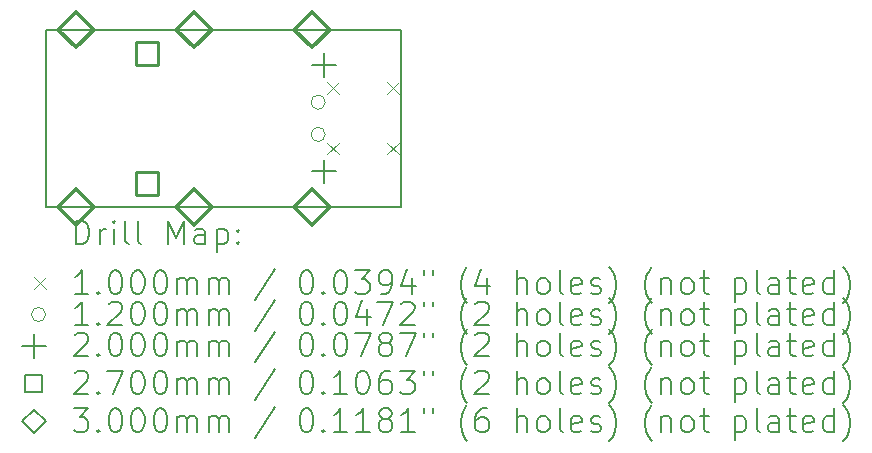
<source format=gbr>
%FSLAX45Y45*%
G04 Gerber Fmt 4.5, Leading zero omitted, Abs format (unit mm)*
G04 Created by KiCad (PCBNEW 6.0.2+dfsg-1~bpo11+1) date 2022-03-16 17:29:41*
%MOMM*%
%LPD*%
G01*
G04 APERTURE LIST*
%TA.AperFunction,Profile*%
%ADD10C,0.150000*%
%TD*%
%ADD11C,0.200000*%
%ADD12C,0.100000*%
%ADD13C,0.120000*%
%ADD14C,0.270000*%
%ADD15C,0.300000*%
G04 APERTURE END LIST*
D10*
X-12674600Y15190600D02*
X-9674600Y15190600D01*
X-9674600Y15190600D02*
X-9674600Y13690600D01*
X-9674600Y13690600D02*
X-12674600Y13690600D01*
X-12674600Y13690600D02*
X-12674600Y15190600D01*
D11*
D12*
X-10299600Y14745600D02*
X-10199600Y14645600D01*
X-10199600Y14745600D02*
X-10299600Y14645600D01*
X-10299600Y14235600D02*
X-10199600Y14135600D01*
X-10199600Y14235600D02*
X-10299600Y14135600D01*
X-9789600Y14745600D02*
X-9689600Y14645600D01*
X-9689600Y14745600D02*
X-9789600Y14645600D01*
X-9789600Y14235600D02*
X-9689600Y14135600D01*
X-9689600Y14235600D02*
X-9789600Y14135600D01*
D13*
X-10314600Y14577267D02*
G75*
G03*
X-10314600Y14577267I-60000J0D01*
G01*
X-10314600Y14303933D02*
G75*
G03*
X-10314600Y14303933I-60000J0D01*
G01*
D11*
X-10324600Y14990600D02*
X-10324600Y14790600D01*
X-10424600Y14890600D02*
X-10224600Y14890600D01*
X-10324600Y14090600D02*
X-10324600Y13890600D01*
X-10424600Y13990600D02*
X-10224600Y13990600D01*
D14*
X-11729140Y14895140D02*
X-11729140Y15086060D01*
X-11920060Y15086060D01*
X-11920060Y14895140D01*
X-11729140Y14895140D01*
X-11729140Y13795140D02*
X-11729140Y13986060D01*
X-11920060Y13986060D01*
X-11920060Y13795140D01*
X-11729140Y13795140D01*
D15*
X-12424600Y15040600D02*
X-12274600Y15190600D01*
X-12424600Y15340600D01*
X-12574600Y15190600D01*
X-12424600Y15040600D01*
X-12424600Y13540600D02*
X-12274600Y13690600D01*
X-12424600Y13840600D01*
X-12574600Y13690600D01*
X-12424600Y13540600D01*
X-11424600Y15040600D02*
X-11274600Y15190600D01*
X-11424600Y15340600D01*
X-11574600Y15190600D01*
X-11424600Y15040600D01*
X-11424600Y13540600D02*
X-11274600Y13690600D01*
X-11424600Y13840600D01*
X-11574600Y13690600D01*
X-11424600Y13540600D01*
X-10424600Y15040600D02*
X-10274600Y15190600D01*
X-10424600Y15340600D01*
X-10574600Y15190600D01*
X-10424600Y15040600D01*
X-10424600Y13540600D02*
X-10274600Y13690600D01*
X-10424600Y13840600D01*
X-10574600Y13690600D01*
X-10424600Y13540600D01*
D11*
X-12424481Y13372624D02*
X-12424481Y13572624D01*
X-12376862Y13572624D01*
X-12348290Y13563100D01*
X-12329243Y13544052D01*
X-12319719Y13525005D01*
X-12310195Y13486910D01*
X-12310195Y13458338D01*
X-12319719Y13420243D01*
X-12329243Y13401195D01*
X-12348290Y13382148D01*
X-12376862Y13372624D01*
X-12424481Y13372624D01*
X-12224481Y13372624D02*
X-12224481Y13505957D01*
X-12224481Y13467862D02*
X-12214957Y13486910D01*
X-12205433Y13496433D01*
X-12186386Y13505957D01*
X-12167338Y13505957D01*
X-12100671Y13372624D02*
X-12100671Y13505957D01*
X-12100671Y13572624D02*
X-12110195Y13563100D01*
X-12100671Y13553576D01*
X-12091148Y13563100D01*
X-12100671Y13572624D01*
X-12100671Y13553576D01*
X-11976862Y13372624D02*
X-11995910Y13382148D01*
X-12005433Y13401195D01*
X-12005433Y13572624D01*
X-11872100Y13372624D02*
X-11891148Y13382148D01*
X-11900671Y13401195D01*
X-11900671Y13572624D01*
X-11643529Y13372624D02*
X-11643529Y13572624D01*
X-11576862Y13429767D01*
X-11510195Y13572624D01*
X-11510195Y13372624D01*
X-11329243Y13372624D02*
X-11329243Y13477386D01*
X-11338767Y13496433D01*
X-11357814Y13505957D01*
X-11395910Y13505957D01*
X-11414957Y13496433D01*
X-11329243Y13382148D02*
X-11348290Y13372624D01*
X-11395910Y13372624D01*
X-11414957Y13382148D01*
X-11424481Y13401195D01*
X-11424481Y13420243D01*
X-11414957Y13439290D01*
X-11395910Y13448814D01*
X-11348290Y13448814D01*
X-11329243Y13458338D01*
X-11234005Y13505957D02*
X-11234005Y13305957D01*
X-11234005Y13496433D02*
X-11214957Y13505957D01*
X-11176862Y13505957D01*
X-11157814Y13496433D01*
X-11148291Y13486910D01*
X-11138767Y13467862D01*
X-11138767Y13410719D01*
X-11148291Y13391671D01*
X-11157814Y13382148D01*
X-11176862Y13372624D01*
X-11214957Y13372624D01*
X-11234005Y13382148D01*
X-11053052Y13391671D02*
X-11043529Y13382148D01*
X-11053052Y13372624D01*
X-11062576Y13382148D01*
X-11053052Y13391671D01*
X-11053052Y13372624D01*
X-11053052Y13496433D02*
X-11043529Y13486910D01*
X-11053052Y13477386D01*
X-11062576Y13486910D01*
X-11053052Y13496433D01*
X-11053052Y13477386D01*
D12*
X-12782100Y13093100D02*
X-12682100Y12993100D01*
X-12682100Y13093100D02*
X-12782100Y12993100D01*
D11*
X-12319719Y12952624D02*
X-12434005Y12952624D01*
X-12376862Y12952624D02*
X-12376862Y13152624D01*
X-12395910Y13124052D01*
X-12414957Y13105005D01*
X-12434005Y13095481D01*
X-12234005Y12971671D02*
X-12224481Y12962148D01*
X-12234005Y12952624D01*
X-12243529Y12962148D01*
X-12234005Y12971671D01*
X-12234005Y12952624D01*
X-12100671Y13152624D02*
X-12081624Y13152624D01*
X-12062576Y13143100D01*
X-12053052Y13133576D01*
X-12043529Y13114529D01*
X-12034005Y13076433D01*
X-12034005Y13028814D01*
X-12043529Y12990719D01*
X-12053052Y12971671D01*
X-12062576Y12962148D01*
X-12081624Y12952624D01*
X-12100671Y12952624D01*
X-12119719Y12962148D01*
X-12129243Y12971671D01*
X-12138767Y12990719D01*
X-12148290Y13028814D01*
X-12148290Y13076433D01*
X-12138767Y13114529D01*
X-12129243Y13133576D01*
X-12119719Y13143100D01*
X-12100671Y13152624D01*
X-11910195Y13152624D02*
X-11891148Y13152624D01*
X-11872100Y13143100D01*
X-11862576Y13133576D01*
X-11853052Y13114529D01*
X-11843529Y13076433D01*
X-11843529Y13028814D01*
X-11853052Y12990719D01*
X-11862576Y12971671D01*
X-11872100Y12962148D01*
X-11891148Y12952624D01*
X-11910195Y12952624D01*
X-11929243Y12962148D01*
X-11938767Y12971671D01*
X-11948290Y12990719D01*
X-11957814Y13028814D01*
X-11957814Y13076433D01*
X-11948290Y13114529D01*
X-11938767Y13133576D01*
X-11929243Y13143100D01*
X-11910195Y13152624D01*
X-11719719Y13152624D02*
X-11700671Y13152624D01*
X-11681624Y13143100D01*
X-11672100Y13133576D01*
X-11662576Y13114529D01*
X-11653052Y13076433D01*
X-11653052Y13028814D01*
X-11662576Y12990719D01*
X-11672100Y12971671D01*
X-11681624Y12962148D01*
X-11700671Y12952624D01*
X-11719719Y12952624D01*
X-11738767Y12962148D01*
X-11748290Y12971671D01*
X-11757814Y12990719D01*
X-11767338Y13028814D01*
X-11767338Y13076433D01*
X-11757814Y13114529D01*
X-11748290Y13133576D01*
X-11738767Y13143100D01*
X-11719719Y13152624D01*
X-11567338Y12952624D02*
X-11567338Y13085957D01*
X-11567338Y13066910D02*
X-11557814Y13076433D01*
X-11538767Y13085957D01*
X-11510195Y13085957D01*
X-11491148Y13076433D01*
X-11481624Y13057386D01*
X-11481624Y12952624D01*
X-11481624Y13057386D02*
X-11472100Y13076433D01*
X-11453052Y13085957D01*
X-11424481Y13085957D01*
X-11405433Y13076433D01*
X-11395910Y13057386D01*
X-11395910Y12952624D01*
X-11300671Y12952624D02*
X-11300671Y13085957D01*
X-11300671Y13066910D02*
X-11291148Y13076433D01*
X-11272100Y13085957D01*
X-11243529Y13085957D01*
X-11224481Y13076433D01*
X-11214957Y13057386D01*
X-11214957Y12952624D01*
X-11214957Y13057386D02*
X-11205433Y13076433D01*
X-11186386Y13085957D01*
X-11157814Y13085957D01*
X-11138767Y13076433D01*
X-11129243Y13057386D01*
X-11129243Y12952624D01*
X-10738767Y13162148D02*
X-10910195Y12905005D01*
X-10481624Y13152624D02*
X-10462576Y13152624D01*
X-10443529Y13143100D01*
X-10434005Y13133576D01*
X-10424481Y13114529D01*
X-10414957Y13076433D01*
X-10414957Y13028814D01*
X-10424481Y12990719D01*
X-10434005Y12971671D01*
X-10443529Y12962148D01*
X-10462576Y12952624D01*
X-10481624Y12952624D01*
X-10500672Y12962148D01*
X-10510195Y12971671D01*
X-10519719Y12990719D01*
X-10529243Y13028814D01*
X-10529243Y13076433D01*
X-10519719Y13114529D01*
X-10510195Y13133576D01*
X-10500672Y13143100D01*
X-10481624Y13152624D01*
X-10329243Y12971671D02*
X-10319719Y12962148D01*
X-10329243Y12952624D01*
X-10338767Y12962148D01*
X-10329243Y12971671D01*
X-10329243Y12952624D01*
X-10195910Y13152624D02*
X-10176862Y13152624D01*
X-10157814Y13143100D01*
X-10148291Y13133576D01*
X-10138767Y13114529D01*
X-10129243Y13076433D01*
X-10129243Y13028814D01*
X-10138767Y12990719D01*
X-10148291Y12971671D01*
X-10157814Y12962148D01*
X-10176862Y12952624D01*
X-10195910Y12952624D01*
X-10214957Y12962148D01*
X-10224481Y12971671D01*
X-10234005Y12990719D01*
X-10243529Y13028814D01*
X-10243529Y13076433D01*
X-10234005Y13114529D01*
X-10224481Y13133576D01*
X-10214957Y13143100D01*
X-10195910Y13152624D01*
X-10062576Y13152624D02*
X-9938767Y13152624D01*
X-10005433Y13076433D01*
X-9976862Y13076433D01*
X-9957814Y13066910D01*
X-9948291Y13057386D01*
X-9938767Y13038338D01*
X-9938767Y12990719D01*
X-9948291Y12971671D01*
X-9957814Y12962148D01*
X-9976862Y12952624D01*
X-10034005Y12952624D01*
X-10053052Y12962148D01*
X-10062576Y12971671D01*
X-9843529Y12952624D02*
X-9805433Y12952624D01*
X-9786386Y12962148D01*
X-9776862Y12971671D01*
X-9757814Y13000243D01*
X-9748291Y13038338D01*
X-9748291Y13114529D01*
X-9757814Y13133576D01*
X-9767338Y13143100D01*
X-9786386Y13152624D01*
X-9824481Y13152624D01*
X-9843529Y13143100D01*
X-9853052Y13133576D01*
X-9862576Y13114529D01*
X-9862576Y13066910D01*
X-9853052Y13047862D01*
X-9843529Y13038338D01*
X-9824481Y13028814D01*
X-9786386Y13028814D01*
X-9767338Y13038338D01*
X-9757814Y13047862D01*
X-9748291Y13066910D01*
X-9576862Y13085957D02*
X-9576862Y12952624D01*
X-9624481Y13162148D02*
X-9672100Y13019290D01*
X-9548291Y13019290D01*
X-9481624Y13152624D02*
X-9481624Y13114529D01*
X-9405433Y13152624D02*
X-9405433Y13114529D01*
X-9110195Y12876433D02*
X-9119719Y12885957D01*
X-9138767Y12914529D01*
X-9148291Y12933576D01*
X-9157814Y12962148D01*
X-9167338Y13009767D01*
X-9167338Y13047862D01*
X-9157814Y13095481D01*
X-9148291Y13124052D01*
X-9138767Y13143100D01*
X-9119719Y13171671D01*
X-9110195Y13181195D01*
X-8948291Y13085957D02*
X-8948291Y12952624D01*
X-8995910Y13162148D02*
X-9043529Y13019290D01*
X-8919719Y13019290D01*
X-8691148Y12952624D02*
X-8691148Y13152624D01*
X-8605433Y12952624D02*
X-8605433Y13057386D01*
X-8614957Y13076433D01*
X-8634005Y13085957D01*
X-8662576Y13085957D01*
X-8681624Y13076433D01*
X-8691148Y13066910D01*
X-8481624Y12952624D02*
X-8500672Y12962148D01*
X-8510195Y12971671D01*
X-8519719Y12990719D01*
X-8519719Y13047862D01*
X-8510195Y13066910D01*
X-8500672Y13076433D01*
X-8481624Y13085957D01*
X-8453052Y13085957D01*
X-8434005Y13076433D01*
X-8424481Y13066910D01*
X-8414957Y13047862D01*
X-8414957Y12990719D01*
X-8424481Y12971671D01*
X-8434005Y12962148D01*
X-8453052Y12952624D01*
X-8481624Y12952624D01*
X-8300671Y12952624D02*
X-8319719Y12962148D01*
X-8329243Y12981195D01*
X-8329243Y13152624D01*
X-8148290Y12962148D02*
X-8167338Y12952624D01*
X-8205433Y12952624D01*
X-8224481Y12962148D01*
X-8234005Y12981195D01*
X-8234005Y13057386D01*
X-8224481Y13076433D01*
X-8205433Y13085957D01*
X-8167338Y13085957D01*
X-8148290Y13076433D01*
X-8138767Y13057386D01*
X-8138767Y13038338D01*
X-8234005Y13019290D01*
X-8062576Y12962148D02*
X-8043529Y12952624D01*
X-8005433Y12952624D01*
X-7986386Y12962148D01*
X-7976862Y12981195D01*
X-7976862Y12990719D01*
X-7986386Y13009767D01*
X-8005433Y13019290D01*
X-8034005Y13019290D01*
X-8053052Y13028814D01*
X-8062576Y13047862D01*
X-8062576Y13057386D01*
X-8053052Y13076433D01*
X-8034005Y13085957D01*
X-8005433Y13085957D01*
X-7986386Y13076433D01*
X-7910195Y12876433D02*
X-7900671Y12885957D01*
X-7881624Y12914529D01*
X-7872100Y12933576D01*
X-7862576Y12962148D01*
X-7853052Y13009767D01*
X-7853052Y13047862D01*
X-7862576Y13095481D01*
X-7872100Y13124052D01*
X-7881624Y13143100D01*
X-7900671Y13171671D01*
X-7910195Y13181195D01*
X-7548290Y12876433D02*
X-7557814Y12885957D01*
X-7576862Y12914529D01*
X-7586386Y12933576D01*
X-7595910Y12962148D01*
X-7605433Y13009767D01*
X-7605433Y13047862D01*
X-7595910Y13095481D01*
X-7586386Y13124052D01*
X-7576862Y13143100D01*
X-7557814Y13171671D01*
X-7548290Y13181195D01*
X-7472100Y13085957D02*
X-7472100Y12952624D01*
X-7472100Y13066910D02*
X-7462576Y13076433D01*
X-7443529Y13085957D01*
X-7414957Y13085957D01*
X-7395910Y13076433D01*
X-7386386Y13057386D01*
X-7386386Y12952624D01*
X-7262576Y12952624D02*
X-7281624Y12962148D01*
X-7291148Y12971671D01*
X-7300671Y12990719D01*
X-7300671Y13047862D01*
X-7291148Y13066910D01*
X-7281624Y13076433D01*
X-7262576Y13085957D01*
X-7234005Y13085957D01*
X-7214957Y13076433D01*
X-7205433Y13066910D01*
X-7195910Y13047862D01*
X-7195910Y12990719D01*
X-7205433Y12971671D01*
X-7214957Y12962148D01*
X-7234005Y12952624D01*
X-7262576Y12952624D01*
X-7138767Y13085957D02*
X-7062576Y13085957D01*
X-7110195Y13152624D02*
X-7110195Y12981195D01*
X-7100671Y12962148D01*
X-7081624Y12952624D01*
X-7062576Y12952624D01*
X-6843529Y13085957D02*
X-6843529Y12885957D01*
X-6843529Y13076433D02*
X-6824481Y13085957D01*
X-6786386Y13085957D01*
X-6767338Y13076433D01*
X-6757814Y13066910D01*
X-6748290Y13047862D01*
X-6748290Y12990719D01*
X-6757814Y12971671D01*
X-6767338Y12962148D01*
X-6786386Y12952624D01*
X-6824481Y12952624D01*
X-6843529Y12962148D01*
X-6634005Y12952624D02*
X-6653052Y12962148D01*
X-6662576Y12981195D01*
X-6662576Y13152624D01*
X-6472100Y12952624D02*
X-6472100Y13057386D01*
X-6481624Y13076433D01*
X-6500671Y13085957D01*
X-6538767Y13085957D01*
X-6557814Y13076433D01*
X-6472100Y12962148D02*
X-6491148Y12952624D01*
X-6538767Y12952624D01*
X-6557814Y12962148D01*
X-6567338Y12981195D01*
X-6567338Y13000243D01*
X-6557814Y13019290D01*
X-6538767Y13028814D01*
X-6491148Y13028814D01*
X-6472100Y13038338D01*
X-6405433Y13085957D02*
X-6329243Y13085957D01*
X-6376862Y13152624D02*
X-6376862Y12981195D01*
X-6367338Y12962148D01*
X-6348290Y12952624D01*
X-6329243Y12952624D01*
X-6186386Y12962148D02*
X-6205433Y12952624D01*
X-6243529Y12952624D01*
X-6262576Y12962148D01*
X-6272100Y12981195D01*
X-6272100Y13057386D01*
X-6262576Y13076433D01*
X-6243529Y13085957D01*
X-6205433Y13085957D01*
X-6186386Y13076433D01*
X-6176862Y13057386D01*
X-6176862Y13038338D01*
X-6272100Y13019290D01*
X-6005433Y12952624D02*
X-6005433Y13152624D01*
X-6005433Y12962148D02*
X-6024481Y12952624D01*
X-6062576Y12952624D01*
X-6081624Y12962148D01*
X-6091148Y12971671D01*
X-6100671Y12990719D01*
X-6100671Y13047862D01*
X-6091148Y13066910D01*
X-6081624Y13076433D01*
X-6062576Y13085957D01*
X-6024481Y13085957D01*
X-6005433Y13076433D01*
X-5929243Y12876433D02*
X-5919719Y12885957D01*
X-5900671Y12914529D01*
X-5891148Y12933576D01*
X-5881624Y12962148D01*
X-5872100Y13009767D01*
X-5872100Y13047862D01*
X-5881624Y13095481D01*
X-5891148Y13124052D01*
X-5900671Y13143100D01*
X-5919719Y13171671D01*
X-5929243Y13181195D01*
D13*
X-12682100Y12779100D02*
G75*
G03*
X-12682100Y12779100I-60000J0D01*
G01*
D11*
X-12319719Y12688624D02*
X-12434005Y12688624D01*
X-12376862Y12688624D02*
X-12376862Y12888624D01*
X-12395910Y12860052D01*
X-12414957Y12841005D01*
X-12434005Y12831481D01*
X-12234005Y12707671D02*
X-12224481Y12698148D01*
X-12234005Y12688624D01*
X-12243529Y12698148D01*
X-12234005Y12707671D01*
X-12234005Y12688624D01*
X-12148290Y12869576D02*
X-12138767Y12879100D01*
X-12119719Y12888624D01*
X-12072100Y12888624D01*
X-12053052Y12879100D01*
X-12043529Y12869576D01*
X-12034005Y12850529D01*
X-12034005Y12831481D01*
X-12043529Y12802910D01*
X-12157814Y12688624D01*
X-12034005Y12688624D01*
X-11910195Y12888624D02*
X-11891148Y12888624D01*
X-11872100Y12879100D01*
X-11862576Y12869576D01*
X-11853052Y12850529D01*
X-11843529Y12812433D01*
X-11843529Y12764814D01*
X-11853052Y12726719D01*
X-11862576Y12707671D01*
X-11872100Y12698148D01*
X-11891148Y12688624D01*
X-11910195Y12688624D01*
X-11929243Y12698148D01*
X-11938767Y12707671D01*
X-11948290Y12726719D01*
X-11957814Y12764814D01*
X-11957814Y12812433D01*
X-11948290Y12850529D01*
X-11938767Y12869576D01*
X-11929243Y12879100D01*
X-11910195Y12888624D01*
X-11719719Y12888624D02*
X-11700671Y12888624D01*
X-11681624Y12879100D01*
X-11672100Y12869576D01*
X-11662576Y12850529D01*
X-11653052Y12812433D01*
X-11653052Y12764814D01*
X-11662576Y12726719D01*
X-11672100Y12707671D01*
X-11681624Y12698148D01*
X-11700671Y12688624D01*
X-11719719Y12688624D01*
X-11738767Y12698148D01*
X-11748290Y12707671D01*
X-11757814Y12726719D01*
X-11767338Y12764814D01*
X-11767338Y12812433D01*
X-11757814Y12850529D01*
X-11748290Y12869576D01*
X-11738767Y12879100D01*
X-11719719Y12888624D01*
X-11567338Y12688624D02*
X-11567338Y12821957D01*
X-11567338Y12802910D02*
X-11557814Y12812433D01*
X-11538767Y12821957D01*
X-11510195Y12821957D01*
X-11491148Y12812433D01*
X-11481624Y12793386D01*
X-11481624Y12688624D01*
X-11481624Y12793386D02*
X-11472100Y12812433D01*
X-11453052Y12821957D01*
X-11424481Y12821957D01*
X-11405433Y12812433D01*
X-11395910Y12793386D01*
X-11395910Y12688624D01*
X-11300671Y12688624D02*
X-11300671Y12821957D01*
X-11300671Y12802910D02*
X-11291148Y12812433D01*
X-11272100Y12821957D01*
X-11243529Y12821957D01*
X-11224481Y12812433D01*
X-11214957Y12793386D01*
X-11214957Y12688624D01*
X-11214957Y12793386D02*
X-11205433Y12812433D01*
X-11186386Y12821957D01*
X-11157814Y12821957D01*
X-11138767Y12812433D01*
X-11129243Y12793386D01*
X-11129243Y12688624D01*
X-10738767Y12898148D02*
X-10910195Y12641005D01*
X-10481624Y12888624D02*
X-10462576Y12888624D01*
X-10443529Y12879100D01*
X-10434005Y12869576D01*
X-10424481Y12850529D01*
X-10414957Y12812433D01*
X-10414957Y12764814D01*
X-10424481Y12726719D01*
X-10434005Y12707671D01*
X-10443529Y12698148D01*
X-10462576Y12688624D01*
X-10481624Y12688624D01*
X-10500672Y12698148D01*
X-10510195Y12707671D01*
X-10519719Y12726719D01*
X-10529243Y12764814D01*
X-10529243Y12812433D01*
X-10519719Y12850529D01*
X-10510195Y12869576D01*
X-10500672Y12879100D01*
X-10481624Y12888624D01*
X-10329243Y12707671D02*
X-10319719Y12698148D01*
X-10329243Y12688624D01*
X-10338767Y12698148D01*
X-10329243Y12707671D01*
X-10329243Y12688624D01*
X-10195910Y12888624D02*
X-10176862Y12888624D01*
X-10157814Y12879100D01*
X-10148291Y12869576D01*
X-10138767Y12850529D01*
X-10129243Y12812433D01*
X-10129243Y12764814D01*
X-10138767Y12726719D01*
X-10148291Y12707671D01*
X-10157814Y12698148D01*
X-10176862Y12688624D01*
X-10195910Y12688624D01*
X-10214957Y12698148D01*
X-10224481Y12707671D01*
X-10234005Y12726719D01*
X-10243529Y12764814D01*
X-10243529Y12812433D01*
X-10234005Y12850529D01*
X-10224481Y12869576D01*
X-10214957Y12879100D01*
X-10195910Y12888624D01*
X-9957814Y12821957D02*
X-9957814Y12688624D01*
X-10005433Y12898148D02*
X-10053052Y12755290D01*
X-9929243Y12755290D01*
X-9872100Y12888624D02*
X-9738767Y12888624D01*
X-9824481Y12688624D01*
X-9672100Y12869576D02*
X-9662576Y12879100D01*
X-9643529Y12888624D01*
X-9595910Y12888624D01*
X-9576862Y12879100D01*
X-9567338Y12869576D01*
X-9557814Y12850529D01*
X-9557814Y12831481D01*
X-9567338Y12802910D01*
X-9681624Y12688624D01*
X-9557814Y12688624D01*
X-9481624Y12888624D02*
X-9481624Y12850529D01*
X-9405433Y12888624D02*
X-9405433Y12850529D01*
X-9110195Y12612433D02*
X-9119719Y12621957D01*
X-9138767Y12650529D01*
X-9148291Y12669576D01*
X-9157814Y12698148D01*
X-9167338Y12745767D01*
X-9167338Y12783862D01*
X-9157814Y12831481D01*
X-9148291Y12860052D01*
X-9138767Y12879100D01*
X-9119719Y12907671D01*
X-9110195Y12917195D01*
X-9043529Y12869576D02*
X-9034005Y12879100D01*
X-9014957Y12888624D01*
X-8967338Y12888624D01*
X-8948291Y12879100D01*
X-8938767Y12869576D01*
X-8929243Y12850529D01*
X-8929243Y12831481D01*
X-8938767Y12802910D01*
X-9053052Y12688624D01*
X-8929243Y12688624D01*
X-8691148Y12688624D02*
X-8691148Y12888624D01*
X-8605433Y12688624D02*
X-8605433Y12793386D01*
X-8614957Y12812433D01*
X-8634005Y12821957D01*
X-8662576Y12821957D01*
X-8681624Y12812433D01*
X-8691148Y12802910D01*
X-8481624Y12688624D02*
X-8500672Y12698148D01*
X-8510195Y12707671D01*
X-8519719Y12726719D01*
X-8519719Y12783862D01*
X-8510195Y12802910D01*
X-8500672Y12812433D01*
X-8481624Y12821957D01*
X-8453052Y12821957D01*
X-8434005Y12812433D01*
X-8424481Y12802910D01*
X-8414957Y12783862D01*
X-8414957Y12726719D01*
X-8424481Y12707671D01*
X-8434005Y12698148D01*
X-8453052Y12688624D01*
X-8481624Y12688624D01*
X-8300671Y12688624D02*
X-8319719Y12698148D01*
X-8329243Y12717195D01*
X-8329243Y12888624D01*
X-8148290Y12698148D02*
X-8167338Y12688624D01*
X-8205433Y12688624D01*
X-8224481Y12698148D01*
X-8234005Y12717195D01*
X-8234005Y12793386D01*
X-8224481Y12812433D01*
X-8205433Y12821957D01*
X-8167338Y12821957D01*
X-8148290Y12812433D01*
X-8138767Y12793386D01*
X-8138767Y12774338D01*
X-8234005Y12755290D01*
X-8062576Y12698148D02*
X-8043529Y12688624D01*
X-8005433Y12688624D01*
X-7986386Y12698148D01*
X-7976862Y12717195D01*
X-7976862Y12726719D01*
X-7986386Y12745767D01*
X-8005433Y12755290D01*
X-8034005Y12755290D01*
X-8053052Y12764814D01*
X-8062576Y12783862D01*
X-8062576Y12793386D01*
X-8053052Y12812433D01*
X-8034005Y12821957D01*
X-8005433Y12821957D01*
X-7986386Y12812433D01*
X-7910195Y12612433D02*
X-7900671Y12621957D01*
X-7881624Y12650529D01*
X-7872100Y12669576D01*
X-7862576Y12698148D01*
X-7853052Y12745767D01*
X-7853052Y12783862D01*
X-7862576Y12831481D01*
X-7872100Y12860052D01*
X-7881624Y12879100D01*
X-7900671Y12907671D01*
X-7910195Y12917195D01*
X-7548290Y12612433D02*
X-7557814Y12621957D01*
X-7576862Y12650529D01*
X-7586386Y12669576D01*
X-7595910Y12698148D01*
X-7605433Y12745767D01*
X-7605433Y12783862D01*
X-7595910Y12831481D01*
X-7586386Y12860052D01*
X-7576862Y12879100D01*
X-7557814Y12907671D01*
X-7548290Y12917195D01*
X-7472100Y12821957D02*
X-7472100Y12688624D01*
X-7472100Y12802910D02*
X-7462576Y12812433D01*
X-7443529Y12821957D01*
X-7414957Y12821957D01*
X-7395910Y12812433D01*
X-7386386Y12793386D01*
X-7386386Y12688624D01*
X-7262576Y12688624D02*
X-7281624Y12698148D01*
X-7291148Y12707671D01*
X-7300671Y12726719D01*
X-7300671Y12783862D01*
X-7291148Y12802910D01*
X-7281624Y12812433D01*
X-7262576Y12821957D01*
X-7234005Y12821957D01*
X-7214957Y12812433D01*
X-7205433Y12802910D01*
X-7195910Y12783862D01*
X-7195910Y12726719D01*
X-7205433Y12707671D01*
X-7214957Y12698148D01*
X-7234005Y12688624D01*
X-7262576Y12688624D01*
X-7138767Y12821957D02*
X-7062576Y12821957D01*
X-7110195Y12888624D02*
X-7110195Y12717195D01*
X-7100671Y12698148D01*
X-7081624Y12688624D01*
X-7062576Y12688624D01*
X-6843529Y12821957D02*
X-6843529Y12621957D01*
X-6843529Y12812433D02*
X-6824481Y12821957D01*
X-6786386Y12821957D01*
X-6767338Y12812433D01*
X-6757814Y12802910D01*
X-6748290Y12783862D01*
X-6748290Y12726719D01*
X-6757814Y12707671D01*
X-6767338Y12698148D01*
X-6786386Y12688624D01*
X-6824481Y12688624D01*
X-6843529Y12698148D01*
X-6634005Y12688624D02*
X-6653052Y12698148D01*
X-6662576Y12717195D01*
X-6662576Y12888624D01*
X-6472100Y12688624D02*
X-6472100Y12793386D01*
X-6481624Y12812433D01*
X-6500671Y12821957D01*
X-6538767Y12821957D01*
X-6557814Y12812433D01*
X-6472100Y12698148D02*
X-6491148Y12688624D01*
X-6538767Y12688624D01*
X-6557814Y12698148D01*
X-6567338Y12717195D01*
X-6567338Y12736243D01*
X-6557814Y12755290D01*
X-6538767Y12764814D01*
X-6491148Y12764814D01*
X-6472100Y12774338D01*
X-6405433Y12821957D02*
X-6329243Y12821957D01*
X-6376862Y12888624D02*
X-6376862Y12717195D01*
X-6367338Y12698148D01*
X-6348290Y12688624D01*
X-6329243Y12688624D01*
X-6186386Y12698148D02*
X-6205433Y12688624D01*
X-6243529Y12688624D01*
X-6262576Y12698148D01*
X-6272100Y12717195D01*
X-6272100Y12793386D01*
X-6262576Y12812433D01*
X-6243529Y12821957D01*
X-6205433Y12821957D01*
X-6186386Y12812433D01*
X-6176862Y12793386D01*
X-6176862Y12774338D01*
X-6272100Y12755290D01*
X-6005433Y12688624D02*
X-6005433Y12888624D01*
X-6005433Y12698148D02*
X-6024481Y12688624D01*
X-6062576Y12688624D01*
X-6081624Y12698148D01*
X-6091148Y12707671D01*
X-6100671Y12726719D01*
X-6100671Y12783862D01*
X-6091148Y12802910D01*
X-6081624Y12812433D01*
X-6062576Y12821957D01*
X-6024481Y12821957D01*
X-6005433Y12812433D01*
X-5929243Y12612433D02*
X-5919719Y12621957D01*
X-5900671Y12650529D01*
X-5891148Y12669576D01*
X-5881624Y12698148D01*
X-5872100Y12745767D01*
X-5872100Y12783862D01*
X-5881624Y12831481D01*
X-5891148Y12860052D01*
X-5900671Y12879100D01*
X-5919719Y12907671D01*
X-5929243Y12917195D01*
X-12782100Y12615100D02*
X-12782100Y12415100D01*
X-12882100Y12515100D02*
X-12682100Y12515100D01*
X-12434005Y12605576D02*
X-12424481Y12615100D01*
X-12405433Y12624624D01*
X-12357814Y12624624D01*
X-12338767Y12615100D01*
X-12329243Y12605576D01*
X-12319719Y12586529D01*
X-12319719Y12567481D01*
X-12329243Y12538910D01*
X-12443529Y12424624D01*
X-12319719Y12424624D01*
X-12234005Y12443671D02*
X-12224481Y12434148D01*
X-12234005Y12424624D01*
X-12243529Y12434148D01*
X-12234005Y12443671D01*
X-12234005Y12424624D01*
X-12100671Y12624624D02*
X-12081624Y12624624D01*
X-12062576Y12615100D01*
X-12053052Y12605576D01*
X-12043529Y12586529D01*
X-12034005Y12548433D01*
X-12034005Y12500814D01*
X-12043529Y12462719D01*
X-12053052Y12443671D01*
X-12062576Y12434148D01*
X-12081624Y12424624D01*
X-12100671Y12424624D01*
X-12119719Y12434148D01*
X-12129243Y12443671D01*
X-12138767Y12462719D01*
X-12148290Y12500814D01*
X-12148290Y12548433D01*
X-12138767Y12586529D01*
X-12129243Y12605576D01*
X-12119719Y12615100D01*
X-12100671Y12624624D01*
X-11910195Y12624624D02*
X-11891148Y12624624D01*
X-11872100Y12615100D01*
X-11862576Y12605576D01*
X-11853052Y12586529D01*
X-11843529Y12548433D01*
X-11843529Y12500814D01*
X-11853052Y12462719D01*
X-11862576Y12443671D01*
X-11872100Y12434148D01*
X-11891148Y12424624D01*
X-11910195Y12424624D01*
X-11929243Y12434148D01*
X-11938767Y12443671D01*
X-11948290Y12462719D01*
X-11957814Y12500814D01*
X-11957814Y12548433D01*
X-11948290Y12586529D01*
X-11938767Y12605576D01*
X-11929243Y12615100D01*
X-11910195Y12624624D01*
X-11719719Y12624624D02*
X-11700671Y12624624D01*
X-11681624Y12615100D01*
X-11672100Y12605576D01*
X-11662576Y12586529D01*
X-11653052Y12548433D01*
X-11653052Y12500814D01*
X-11662576Y12462719D01*
X-11672100Y12443671D01*
X-11681624Y12434148D01*
X-11700671Y12424624D01*
X-11719719Y12424624D01*
X-11738767Y12434148D01*
X-11748290Y12443671D01*
X-11757814Y12462719D01*
X-11767338Y12500814D01*
X-11767338Y12548433D01*
X-11757814Y12586529D01*
X-11748290Y12605576D01*
X-11738767Y12615100D01*
X-11719719Y12624624D01*
X-11567338Y12424624D02*
X-11567338Y12557957D01*
X-11567338Y12538910D02*
X-11557814Y12548433D01*
X-11538767Y12557957D01*
X-11510195Y12557957D01*
X-11491148Y12548433D01*
X-11481624Y12529386D01*
X-11481624Y12424624D01*
X-11481624Y12529386D02*
X-11472100Y12548433D01*
X-11453052Y12557957D01*
X-11424481Y12557957D01*
X-11405433Y12548433D01*
X-11395910Y12529386D01*
X-11395910Y12424624D01*
X-11300671Y12424624D02*
X-11300671Y12557957D01*
X-11300671Y12538910D02*
X-11291148Y12548433D01*
X-11272100Y12557957D01*
X-11243529Y12557957D01*
X-11224481Y12548433D01*
X-11214957Y12529386D01*
X-11214957Y12424624D01*
X-11214957Y12529386D02*
X-11205433Y12548433D01*
X-11186386Y12557957D01*
X-11157814Y12557957D01*
X-11138767Y12548433D01*
X-11129243Y12529386D01*
X-11129243Y12424624D01*
X-10738767Y12634148D02*
X-10910195Y12377005D01*
X-10481624Y12624624D02*
X-10462576Y12624624D01*
X-10443529Y12615100D01*
X-10434005Y12605576D01*
X-10424481Y12586529D01*
X-10414957Y12548433D01*
X-10414957Y12500814D01*
X-10424481Y12462719D01*
X-10434005Y12443671D01*
X-10443529Y12434148D01*
X-10462576Y12424624D01*
X-10481624Y12424624D01*
X-10500672Y12434148D01*
X-10510195Y12443671D01*
X-10519719Y12462719D01*
X-10529243Y12500814D01*
X-10529243Y12548433D01*
X-10519719Y12586529D01*
X-10510195Y12605576D01*
X-10500672Y12615100D01*
X-10481624Y12624624D01*
X-10329243Y12443671D02*
X-10319719Y12434148D01*
X-10329243Y12424624D01*
X-10338767Y12434148D01*
X-10329243Y12443671D01*
X-10329243Y12424624D01*
X-10195910Y12624624D02*
X-10176862Y12624624D01*
X-10157814Y12615100D01*
X-10148291Y12605576D01*
X-10138767Y12586529D01*
X-10129243Y12548433D01*
X-10129243Y12500814D01*
X-10138767Y12462719D01*
X-10148291Y12443671D01*
X-10157814Y12434148D01*
X-10176862Y12424624D01*
X-10195910Y12424624D01*
X-10214957Y12434148D01*
X-10224481Y12443671D01*
X-10234005Y12462719D01*
X-10243529Y12500814D01*
X-10243529Y12548433D01*
X-10234005Y12586529D01*
X-10224481Y12605576D01*
X-10214957Y12615100D01*
X-10195910Y12624624D01*
X-10062576Y12624624D02*
X-9929243Y12624624D01*
X-10014957Y12424624D01*
X-9824481Y12538910D02*
X-9843529Y12548433D01*
X-9853052Y12557957D01*
X-9862576Y12577005D01*
X-9862576Y12586529D01*
X-9853052Y12605576D01*
X-9843529Y12615100D01*
X-9824481Y12624624D01*
X-9786386Y12624624D01*
X-9767338Y12615100D01*
X-9757814Y12605576D01*
X-9748291Y12586529D01*
X-9748291Y12577005D01*
X-9757814Y12557957D01*
X-9767338Y12548433D01*
X-9786386Y12538910D01*
X-9824481Y12538910D01*
X-9843529Y12529386D01*
X-9853052Y12519862D01*
X-9862576Y12500814D01*
X-9862576Y12462719D01*
X-9853052Y12443671D01*
X-9843529Y12434148D01*
X-9824481Y12424624D01*
X-9786386Y12424624D01*
X-9767338Y12434148D01*
X-9757814Y12443671D01*
X-9748291Y12462719D01*
X-9748291Y12500814D01*
X-9757814Y12519862D01*
X-9767338Y12529386D01*
X-9786386Y12538910D01*
X-9681624Y12624624D02*
X-9548291Y12624624D01*
X-9634005Y12424624D01*
X-9481624Y12624624D02*
X-9481624Y12586529D01*
X-9405433Y12624624D02*
X-9405433Y12586529D01*
X-9110195Y12348433D02*
X-9119719Y12357957D01*
X-9138767Y12386529D01*
X-9148291Y12405576D01*
X-9157814Y12434148D01*
X-9167338Y12481767D01*
X-9167338Y12519862D01*
X-9157814Y12567481D01*
X-9148291Y12596052D01*
X-9138767Y12615100D01*
X-9119719Y12643671D01*
X-9110195Y12653195D01*
X-9043529Y12605576D02*
X-9034005Y12615100D01*
X-9014957Y12624624D01*
X-8967338Y12624624D01*
X-8948291Y12615100D01*
X-8938767Y12605576D01*
X-8929243Y12586529D01*
X-8929243Y12567481D01*
X-8938767Y12538910D01*
X-9053052Y12424624D01*
X-8929243Y12424624D01*
X-8691148Y12424624D02*
X-8691148Y12624624D01*
X-8605433Y12424624D02*
X-8605433Y12529386D01*
X-8614957Y12548433D01*
X-8634005Y12557957D01*
X-8662576Y12557957D01*
X-8681624Y12548433D01*
X-8691148Y12538910D01*
X-8481624Y12424624D02*
X-8500672Y12434148D01*
X-8510195Y12443671D01*
X-8519719Y12462719D01*
X-8519719Y12519862D01*
X-8510195Y12538910D01*
X-8500672Y12548433D01*
X-8481624Y12557957D01*
X-8453052Y12557957D01*
X-8434005Y12548433D01*
X-8424481Y12538910D01*
X-8414957Y12519862D01*
X-8414957Y12462719D01*
X-8424481Y12443671D01*
X-8434005Y12434148D01*
X-8453052Y12424624D01*
X-8481624Y12424624D01*
X-8300671Y12424624D02*
X-8319719Y12434148D01*
X-8329243Y12453195D01*
X-8329243Y12624624D01*
X-8148290Y12434148D02*
X-8167338Y12424624D01*
X-8205433Y12424624D01*
X-8224481Y12434148D01*
X-8234005Y12453195D01*
X-8234005Y12529386D01*
X-8224481Y12548433D01*
X-8205433Y12557957D01*
X-8167338Y12557957D01*
X-8148290Y12548433D01*
X-8138767Y12529386D01*
X-8138767Y12510338D01*
X-8234005Y12491290D01*
X-8062576Y12434148D02*
X-8043529Y12424624D01*
X-8005433Y12424624D01*
X-7986386Y12434148D01*
X-7976862Y12453195D01*
X-7976862Y12462719D01*
X-7986386Y12481767D01*
X-8005433Y12491290D01*
X-8034005Y12491290D01*
X-8053052Y12500814D01*
X-8062576Y12519862D01*
X-8062576Y12529386D01*
X-8053052Y12548433D01*
X-8034005Y12557957D01*
X-8005433Y12557957D01*
X-7986386Y12548433D01*
X-7910195Y12348433D02*
X-7900671Y12357957D01*
X-7881624Y12386529D01*
X-7872100Y12405576D01*
X-7862576Y12434148D01*
X-7853052Y12481767D01*
X-7853052Y12519862D01*
X-7862576Y12567481D01*
X-7872100Y12596052D01*
X-7881624Y12615100D01*
X-7900671Y12643671D01*
X-7910195Y12653195D01*
X-7548290Y12348433D02*
X-7557814Y12357957D01*
X-7576862Y12386529D01*
X-7586386Y12405576D01*
X-7595910Y12434148D01*
X-7605433Y12481767D01*
X-7605433Y12519862D01*
X-7595910Y12567481D01*
X-7586386Y12596052D01*
X-7576862Y12615100D01*
X-7557814Y12643671D01*
X-7548290Y12653195D01*
X-7472100Y12557957D02*
X-7472100Y12424624D01*
X-7472100Y12538910D02*
X-7462576Y12548433D01*
X-7443529Y12557957D01*
X-7414957Y12557957D01*
X-7395910Y12548433D01*
X-7386386Y12529386D01*
X-7386386Y12424624D01*
X-7262576Y12424624D02*
X-7281624Y12434148D01*
X-7291148Y12443671D01*
X-7300671Y12462719D01*
X-7300671Y12519862D01*
X-7291148Y12538910D01*
X-7281624Y12548433D01*
X-7262576Y12557957D01*
X-7234005Y12557957D01*
X-7214957Y12548433D01*
X-7205433Y12538910D01*
X-7195910Y12519862D01*
X-7195910Y12462719D01*
X-7205433Y12443671D01*
X-7214957Y12434148D01*
X-7234005Y12424624D01*
X-7262576Y12424624D01*
X-7138767Y12557957D02*
X-7062576Y12557957D01*
X-7110195Y12624624D02*
X-7110195Y12453195D01*
X-7100671Y12434148D01*
X-7081624Y12424624D01*
X-7062576Y12424624D01*
X-6843529Y12557957D02*
X-6843529Y12357957D01*
X-6843529Y12548433D02*
X-6824481Y12557957D01*
X-6786386Y12557957D01*
X-6767338Y12548433D01*
X-6757814Y12538910D01*
X-6748290Y12519862D01*
X-6748290Y12462719D01*
X-6757814Y12443671D01*
X-6767338Y12434148D01*
X-6786386Y12424624D01*
X-6824481Y12424624D01*
X-6843529Y12434148D01*
X-6634005Y12424624D02*
X-6653052Y12434148D01*
X-6662576Y12453195D01*
X-6662576Y12624624D01*
X-6472100Y12424624D02*
X-6472100Y12529386D01*
X-6481624Y12548433D01*
X-6500671Y12557957D01*
X-6538767Y12557957D01*
X-6557814Y12548433D01*
X-6472100Y12434148D02*
X-6491148Y12424624D01*
X-6538767Y12424624D01*
X-6557814Y12434148D01*
X-6567338Y12453195D01*
X-6567338Y12472243D01*
X-6557814Y12491290D01*
X-6538767Y12500814D01*
X-6491148Y12500814D01*
X-6472100Y12510338D01*
X-6405433Y12557957D02*
X-6329243Y12557957D01*
X-6376862Y12624624D02*
X-6376862Y12453195D01*
X-6367338Y12434148D01*
X-6348290Y12424624D01*
X-6329243Y12424624D01*
X-6186386Y12434148D02*
X-6205433Y12424624D01*
X-6243529Y12424624D01*
X-6262576Y12434148D01*
X-6272100Y12453195D01*
X-6272100Y12529386D01*
X-6262576Y12548433D01*
X-6243529Y12557957D01*
X-6205433Y12557957D01*
X-6186386Y12548433D01*
X-6176862Y12529386D01*
X-6176862Y12510338D01*
X-6272100Y12491290D01*
X-6005433Y12424624D02*
X-6005433Y12624624D01*
X-6005433Y12434148D02*
X-6024481Y12424624D01*
X-6062576Y12424624D01*
X-6081624Y12434148D01*
X-6091148Y12443671D01*
X-6100671Y12462719D01*
X-6100671Y12519862D01*
X-6091148Y12538910D01*
X-6081624Y12548433D01*
X-6062576Y12557957D01*
X-6024481Y12557957D01*
X-6005433Y12548433D01*
X-5929243Y12348433D02*
X-5919719Y12357957D01*
X-5900671Y12386529D01*
X-5891148Y12405576D01*
X-5881624Y12434148D01*
X-5872100Y12481767D01*
X-5872100Y12519862D01*
X-5881624Y12567481D01*
X-5891148Y12596052D01*
X-5900671Y12615100D01*
X-5919719Y12643671D01*
X-5929243Y12653195D01*
X-12711389Y12124389D02*
X-12711389Y12265811D01*
X-12852811Y12265811D01*
X-12852811Y12124389D01*
X-12711389Y12124389D01*
X-12434005Y12285576D02*
X-12424481Y12295100D01*
X-12405433Y12304624D01*
X-12357814Y12304624D01*
X-12338767Y12295100D01*
X-12329243Y12285576D01*
X-12319719Y12266529D01*
X-12319719Y12247481D01*
X-12329243Y12218910D01*
X-12443529Y12104624D01*
X-12319719Y12104624D01*
X-12234005Y12123671D02*
X-12224481Y12114148D01*
X-12234005Y12104624D01*
X-12243529Y12114148D01*
X-12234005Y12123671D01*
X-12234005Y12104624D01*
X-12157814Y12304624D02*
X-12024481Y12304624D01*
X-12110195Y12104624D01*
X-11910195Y12304624D02*
X-11891148Y12304624D01*
X-11872100Y12295100D01*
X-11862576Y12285576D01*
X-11853052Y12266529D01*
X-11843529Y12228433D01*
X-11843529Y12180814D01*
X-11853052Y12142719D01*
X-11862576Y12123671D01*
X-11872100Y12114148D01*
X-11891148Y12104624D01*
X-11910195Y12104624D01*
X-11929243Y12114148D01*
X-11938767Y12123671D01*
X-11948290Y12142719D01*
X-11957814Y12180814D01*
X-11957814Y12228433D01*
X-11948290Y12266529D01*
X-11938767Y12285576D01*
X-11929243Y12295100D01*
X-11910195Y12304624D01*
X-11719719Y12304624D02*
X-11700671Y12304624D01*
X-11681624Y12295100D01*
X-11672100Y12285576D01*
X-11662576Y12266529D01*
X-11653052Y12228433D01*
X-11653052Y12180814D01*
X-11662576Y12142719D01*
X-11672100Y12123671D01*
X-11681624Y12114148D01*
X-11700671Y12104624D01*
X-11719719Y12104624D01*
X-11738767Y12114148D01*
X-11748290Y12123671D01*
X-11757814Y12142719D01*
X-11767338Y12180814D01*
X-11767338Y12228433D01*
X-11757814Y12266529D01*
X-11748290Y12285576D01*
X-11738767Y12295100D01*
X-11719719Y12304624D01*
X-11567338Y12104624D02*
X-11567338Y12237957D01*
X-11567338Y12218910D02*
X-11557814Y12228433D01*
X-11538767Y12237957D01*
X-11510195Y12237957D01*
X-11491148Y12228433D01*
X-11481624Y12209386D01*
X-11481624Y12104624D01*
X-11481624Y12209386D02*
X-11472100Y12228433D01*
X-11453052Y12237957D01*
X-11424481Y12237957D01*
X-11405433Y12228433D01*
X-11395910Y12209386D01*
X-11395910Y12104624D01*
X-11300671Y12104624D02*
X-11300671Y12237957D01*
X-11300671Y12218910D02*
X-11291148Y12228433D01*
X-11272100Y12237957D01*
X-11243529Y12237957D01*
X-11224481Y12228433D01*
X-11214957Y12209386D01*
X-11214957Y12104624D01*
X-11214957Y12209386D02*
X-11205433Y12228433D01*
X-11186386Y12237957D01*
X-11157814Y12237957D01*
X-11138767Y12228433D01*
X-11129243Y12209386D01*
X-11129243Y12104624D01*
X-10738767Y12314148D02*
X-10910195Y12057005D01*
X-10481624Y12304624D02*
X-10462576Y12304624D01*
X-10443529Y12295100D01*
X-10434005Y12285576D01*
X-10424481Y12266529D01*
X-10414957Y12228433D01*
X-10414957Y12180814D01*
X-10424481Y12142719D01*
X-10434005Y12123671D01*
X-10443529Y12114148D01*
X-10462576Y12104624D01*
X-10481624Y12104624D01*
X-10500672Y12114148D01*
X-10510195Y12123671D01*
X-10519719Y12142719D01*
X-10529243Y12180814D01*
X-10529243Y12228433D01*
X-10519719Y12266529D01*
X-10510195Y12285576D01*
X-10500672Y12295100D01*
X-10481624Y12304624D01*
X-10329243Y12123671D02*
X-10319719Y12114148D01*
X-10329243Y12104624D01*
X-10338767Y12114148D01*
X-10329243Y12123671D01*
X-10329243Y12104624D01*
X-10129243Y12104624D02*
X-10243529Y12104624D01*
X-10186386Y12104624D02*
X-10186386Y12304624D01*
X-10205433Y12276052D01*
X-10224481Y12257005D01*
X-10243529Y12247481D01*
X-10005433Y12304624D02*
X-9986386Y12304624D01*
X-9967338Y12295100D01*
X-9957814Y12285576D01*
X-9948291Y12266529D01*
X-9938767Y12228433D01*
X-9938767Y12180814D01*
X-9948291Y12142719D01*
X-9957814Y12123671D01*
X-9967338Y12114148D01*
X-9986386Y12104624D01*
X-10005433Y12104624D01*
X-10024481Y12114148D01*
X-10034005Y12123671D01*
X-10043529Y12142719D01*
X-10053052Y12180814D01*
X-10053052Y12228433D01*
X-10043529Y12266529D01*
X-10034005Y12285576D01*
X-10024481Y12295100D01*
X-10005433Y12304624D01*
X-9767338Y12304624D02*
X-9805433Y12304624D01*
X-9824481Y12295100D01*
X-9834005Y12285576D01*
X-9853052Y12257005D01*
X-9862576Y12218910D01*
X-9862576Y12142719D01*
X-9853052Y12123671D01*
X-9843529Y12114148D01*
X-9824481Y12104624D01*
X-9786386Y12104624D01*
X-9767338Y12114148D01*
X-9757814Y12123671D01*
X-9748291Y12142719D01*
X-9748291Y12190338D01*
X-9757814Y12209386D01*
X-9767338Y12218910D01*
X-9786386Y12228433D01*
X-9824481Y12228433D01*
X-9843529Y12218910D01*
X-9853052Y12209386D01*
X-9862576Y12190338D01*
X-9681624Y12304624D02*
X-9557814Y12304624D01*
X-9624481Y12228433D01*
X-9595910Y12228433D01*
X-9576862Y12218910D01*
X-9567338Y12209386D01*
X-9557814Y12190338D01*
X-9557814Y12142719D01*
X-9567338Y12123671D01*
X-9576862Y12114148D01*
X-9595910Y12104624D01*
X-9653052Y12104624D01*
X-9672100Y12114148D01*
X-9681624Y12123671D01*
X-9481624Y12304624D02*
X-9481624Y12266529D01*
X-9405433Y12304624D02*
X-9405433Y12266529D01*
X-9110195Y12028433D02*
X-9119719Y12037957D01*
X-9138767Y12066529D01*
X-9148291Y12085576D01*
X-9157814Y12114148D01*
X-9167338Y12161767D01*
X-9167338Y12199862D01*
X-9157814Y12247481D01*
X-9148291Y12276052D01*
X-9138767Y12295100D01*
X-9119719Y12323671D01*
X-9110195Y12333195D01*
X-9043529Y12285576D02*
X-9034005Y12295100D01*
X-9014957Y12304624D01*
X-8967338Y12304624D01*
X-8948291Y12295100D01*
X-8938767Y12285576D01*
X-8929243Y12266529D01*
X-8929243Y12247481D01*
X-8938767Y12218910D01*
X-9053052Y12104624D01*
X-8929243Y12104624D01*
X-8691148Y12104624D02*
X-8691148Y12304624D01*
X-8605433Y12104624D02*
X-8605433Y12209386D01*
X-8614957Y12228433D01*
X-8634005Y12237957D01*
X-8662576Y12237957D01*
X-8681624Y12228433D01*
X-8691148Y12218910D01*
X-8481624Y12104624D02*
X-8500672Y12114148D01*
X-8510195Y12123671D01*
X-8519719Y12142719D01*
X-8519719Y12199862D01*
X-8510195Y12218910D01*
X-8500672Y12228433D01*
X-8481624Y12237957D01*
X-8453052Y12237957D01*
X-8434005Y12228433D01*
X-8424481Y12218910D01*
X-8414957Y12199862D01*
X-8414957Y12142719D01*
X-8424481Y12123671D01*
X-8434005Y12114148D01*
X-8453052Y12104624D01*
X-8481624Y12104624D01*
X-8300671Y12104624D02*
X-8319719Y12114148D01*
X-8329243Y12133195D01*
X-8329243Y12304624D01*
X-8148290Y12114148D02*
X-8167338Y12104624D01*
X-8205433Y12104624D01*
X-8224481Y12114148D01*
X-8234005Y12133195D01*
X-8234005Y12209386D01*
X-8224481Y12228433D01*
X-8205433Y12237957D01*
X-8167338Y12237957D01*
X-8148290Y12228433D01*
X-8138767Y12209386D01*
X-8138767Y12190338D01*
X-8234005Y12171290D01*
X-8062576Y12114148D02*
X-8043529Y12104624D01*
X-8005433Y12104624D01*
X-7986386Y12114148D01*
X-7976862Y12133195D01*
X-7976862Y12142719D01*
X-7986386Y12161767D01*
X-8005433Y12171290D01*
X-8034005Y12171290D01*
X-8053052Y12180814D01*
X-8062576Y12199862D01*
X-8062576Y12209386D01*
X-8053052Y12228433D01*
X-8034005Y12237957D01*
X-8005433Y12237957D01*
X-7986386Y12228433D01*
X-7910195Y12028433D02*
X-7900671Y12037957D01*
X-7881624Y12066529D01*
X-7872100Y12085576D01*
X-7862576Y12114148D01*
X-7853052Y12161767D01*
X-7853052Y12199862D01*
X-7862576Y12247481D01*
X-7872100Y12276052D01*
X-7881624Y12295100D01*
X-7900671Y12323671D01*
X-7910195Y12333195D01*
X-7548290Y12028433D02*
X-7557814Y12037957D01*
X-7576862Y12066529D01*
X-7586386Y12085576D01*
X-7595910Y12114148D01*
X-7605433Y12161767D01*
X-7605433Y12199862D01*
X-7595910Y12247481D01*
X-7586386Y12276052D01*
X-7576862Y12295100D01*
X-7557814Y12323671D01*
X-7548290Y12333195D01*
X-7472100Y12237957D02*
X-7472100Y12104624D01*
X-7472100Y12218910D02*
X-7462576Y12228433D01*
X-7443529Y12237957D01*
X-7414957Y12237957D01*
X-7395910Y12228433D01*
X-7386386Y12209386D01*
X-7386386Y12104624D01*
X-7262576Y12104624D02*
X-7281624Y12114148D01*
X-7291148Y12123671D01*
X-7300671Y12142719D01*
X-7300671Y12199862D01*
X-7291148Y12218910D01*
X-7281624Y12228433D01*
X-7262576Y12237957D01*
X-7234005Y12237957D01*
X-7214957Y12228433D01*
X-7205433Y12218910D01*
X-7195910Y12199862D01*
X-7195910Y12142719D01*
X-7205433Y12123671D01*
X-7214957Y12114148D01*
X-7234005Y12104624D01*
X-7262576Y12104624D01*
X-7138767Y12237957D02*
X-7062576Y12237957D01*
X-7110195Y12304624D02*
X-7110195Y12133195D01*
X-7100671Y12114148D01*
X-7081624Y12104624D01*
X-7062576Y12104624D01*
X-6843529Y12237957D02*
X-6843529Y12037957D01*
X-6843529Y12228433D02*
X-6824481Y12237957D01*
X-6786386Y12237957D01*
X-6767338Y12228433D01*
X-6757814Y12218910D01*
X-6748290Y12199862D01*
X-6748290Y12142719D01*
X-6757814Y12123671D01*
X-6767338Y12114148D01*
X-6786386Y12104624D01*
X-6824481Y12104624D01*
X-6843529Y12114148D01*
X-6634005Y12104624D02*
X-6653052Y12114148D01*
X-6662576Y12133195D01*
X-6662576Y12304624D01*
X-6472100Y12104624D02*
X-6472100Y12209386D01*
X-6481624Y12228433D01*
X-6500671Y12237957D01*
X-6538767Y12237957D01*
X-6557814Y12228433D01*
X-6472100Y12114148D02*
X-6491148Y12104624D01*
X-6538767Y12104624D01*
X-6557814Y12114148D01*
X-6567338Y12133195D01*
X-6567338Y12152243D01*
X-6557814Y12171290D01*
X-6538767Y12180814D01*
X-6491148Y12180814D01*
X-6472100Y12190338D01*
X-6405433Y12237957D02*
X-6329243Y12237957D01*
X-6376862Y12304624D02*
X-6376862Y12133195D01*
X-6367338Y12114148D01*
X-6348290Y12104624D01*
X-6329243Y12104624D01*
X-6186386Y12114148D02*
X-6205433Y12104624D01*
X-6243529Y12104624D01*
X-6262576Y12114148D01*
X-6272100Y12133195D01*
X-6272100Y12209386D01*
X-6262576Y12228433D01*
X-6243529Y12237957D01*
X-6205433Y12237957D01*
X-6186386Y12228433D01*
X-6176862Y12209386D01*
X-6176862Y12190338D01*
X-6272100Y12171290D01*
X-6005433Y12104624D02*
X-6005433Y12304624D01*
X-6005433Y12114148D02*
X-6024481Y12104624D01*
X-6062576Y12104624D01*
X-6081624Y12114148D01*
X-6091148Y12123671D01*
X-6100671Y12142719D01*
X-6100671Y12199862D01*
X-6091148Y12218910D01*
X-6081624Y12228433D01*
X-6062576Y12237957D01*
X-6024481Y12237957D01*
X-6005433Y12228433D01*
X-5929243Y12028433D02*
X-5919719Y12037957D01*
X-5900671Y12066529D01*
X-5891148Y12085576D01*
X-5881624Y12114148D01*
X-5872100Y12161767D01*
X-5872100Y12199862D01*
X-5881624Y12247481D01*
X-5891148Y12276052D01*
X-5900671Y12295100D01*
X-5919719Y12323671D01*
X-5929243Y12333195D01*
X-12782100Y11775100D02*
X-12682100Y11875100D01*
X-12782100Y11975100D01*
X-12882100Y11875100D01*
X-12782100Y11775100D01*
X-12443529Y11984624D02*
X-12319719Y11984624D01*
X-12386386Y11908433D01*
X-12357814Y11908433D01*
X-12338767Y11898910D01*
X-12329243Y11889386D01*
X-12319719Y11870338D01*
X-12319719Y11822719D01*
X-12329243Y11803671D01*
X-12338767Y11794148D01*
X-12357814Y11784624D01*
X-12414957Y11784624D01*
X-12434005Y11794148D01*
X-12443529Y11803671D01*
X-12234005Y11803671D02*
X-12224481Y11794148D01*
X-12234005Y11784624D01*
X-12243529Y11794148D01*
X-12234005Y11803671D01*
X-12234005Y11784624D01*
X-12100671Y11984624D02*
X-12081624Y11984624D01*
X-12062576Y11975100D01*
X-12053052Y11965576D01*
X-12043529Y11946529D01*
X-12034005Y11908433D01*
X-12034005Y11860814D01*
X-12043529Y11822719D01*
X-12053052Y11803671D01*
X-12062576Y11794148D01*
X-12081624Y11784624D01*
X-12100671Y11784624D01*
X-12119719Y11794148D01*
X-12129243Y11803671D01*
X-12138767Y11822719D01*
X-12148290Y11860814D01*
X-12148290Y11908433D01*
X-12138767Y11946529D01*
X-12129243Y11965576D01*
X-12119719Y11975100D01*
X-12100671Y11984624D01*
X-11910195Y11984624D02*
X-11891148Y11984624D01*
X-11872100Y11975100D01*
X-11862576Y11965576D01*
X-11853052Y11946529D01*
X-11843529Y11908433D01*
X-11843529Y11860814D01*
X-11853052Y11822719D01*
X-11862576Y11803671D01*
X-11872100Y11794148D01*
X-11891148Y11784624D01*
X-11910195Y11784624D01*
X-11929243Y11794148D01*
X-11938767Y11803671D01*
X-11948290Y11822719D01*
X-11957814Y11860814D01*
X-11957814Y11908433D01*
X-11948290Y11946529D01*
X-11938767Y11965576D01*
X-11929243Y11975100D01*
X-11910195Y11984624D01*
X-11719719Y11984624D02*
X-11700671Y11984624D01*
X-11681624Y11975100D01*
X-11672100Y11965576D01*
X-11662576Y11946529D01*
X-11653052Y11908433D01*
X-11653052Y11860814D01*
X-11662576Y11822719D01*
X-11672100Y11803671D01*
X-11681624Y11794148D01*
X-11700671Y11784624D01*
X-11719719Y11784624D01*
X-11738767Y11794148D01*
X-11748290Y11803671D01*
X-11757814Y11822719D01*
X-11767338Y11860814D01*
X-11767338Y11908433D01*
X-11757814Y11946529D01*
X-11748290Y11965576D01*
X-11738767Y11975100D01*
X-11719719Y11984624D01*
X-11567338Y11784624D02*
X-11567338Y11917957D01*
X-11567338Y11898910D02*
X-11557814Y11908433D01*
X-11538767Y11917957D01*
X-11510195Y11917957D01*
X-11491148Y11908433D01*
X-11481624Y11889386D01*
X-11481624Y11784624D01*
X-11481624Y11889386D02*
X-11472100Y11908433D01*
X-11453052Y11917957D01*
X-11424481Y11917957D01*
X-11405433Y11908433D01*
X-11395910Y11889386D01*
X-11395910Y11784624D01*
X-11300671Y11784624D02*
X-11300671Y11917957D01*
X-11300671Y11898910D02*
X-11291148Y11908433D01*
X-11272100Y11917957D01*
X-11243529Y11917957D01*
X-11224481Y11908433D01*
X-11214957Y11889386D01*
X-11214957Y11784624D01*
X-11214957Y11889386D02*
X-11205433Y11908433D01*
X-11186386Y11917957D01*
X-11157814Y11917957D01*
X-11138767Y11908433D01*
X-11129243Y11889386D01*
X-11129243Y11784624D01*
X-10738767Y11994148D02*
X-10910195Y11737005D01*
X-10481624Y11984624D02*
X-10462576Y11984624D01*
X-10443529Y11975100D01*
X-10434005Y11965576D01*
X-10424481Y11946529D01*
X-10414957Y11908433D01*
X-10414957Y11860814D01*
X-10424481Y11822719D01*
X-10434005Y11803671D01*
X-10443529Y11794148D01*
X-10462576Y11784624D01*
X-10481624Y11784624D01*
X-10500672Y11794148D01*
X-10510195Y11803671D01*
X-10519719Y11822719D01*
X-10529243Y11860814D01*
X-10529243Y11908433D01*
X-10519719Y11946529D01*
X-10510195Y11965576D01*
X-10500672Y11975100D01*
X-10481624Y11984624D01*
X-10329243Y11803671D02*
X-10319719Y11794148D01*
X-10329243Y11784624D01*
X-10338767Y11794148D01*
X-10329243Y11803671D01*
X-10329243Y11784624D01*
X-10129243Y11784624D02*
X-10243529Y11784624D01*
X-10186386Y11784624D02*
X-10186386Y11984624D01*
X-10205433Y11956052D01*
X-10224481Y11937005D01*
X-10243529Y11927481D01*
X-9938767Y11784624D02*
X-10053052Y11784624D01*
X-9995910Y11784624D02*
X-9995910Y11984624D01*
X-10014957Y11956052D01*
X-10034005Y11937005D01*
X-10053052Y11927481D01*
X-9824481Y11898910D02*
X-9843529Y11908433D01*
X-9853052Y11917957D01*
X-9862576Y11937005D01*
X-9862576Y11946529D01*
X-9853052Y11965576D01*
X-9843529Y11975100D01*
X-9824481Y11984624D01*
X-9786386Y11984624D01*
X-9767338Y11975100D01*
X-9757814Y11965576D01*
X-9748291Y11946529D01*
X-9748291Y11937005D01*
X-9757814Y11917957D01*
X-9767338Y11908433D01*
X-9786386Y11898910D01*
X-9824481Y11898910D01*
X-9843529Y11889386D01*
X-9853052Y11879862D01*
X-9862576Y11860814D01*
X-9862576Y11822719D01*
X-9853052Y11803671D01*
X-9843529Y11794148D01*
X-9824481Y11784624D01*
X-9786386Y11784624D01*
X-9767338Y11794148D01*
X-9757814Y11803671D01*
X-9748291Y11822719D01*
X-9748291Y11860814D01*
X-9757814Y11879862D01*
X-9767338Y11889386D01*
X-9786386Y11898910D01*
X-9557814Y11784624D02*
X-9672100Y11784624D01*
X-9614957Y11784624D02*
X-9614957Y11984624D01*
X-9634005Y11956052D01*
X-9653052Y11937005D01*
X-9672100Y11927481D01*
X-9481624Y11984624D02*
X-9481624Y11946529D01*
X-9405433Y11984624D02*
X-9405433Y11946529D01*
X-9110195Y11708433D02*
X-9119719Y11717957D01*
X-9138767Y11746529D01*
X-9148291Y11765576D01*
X-9157814Y11794148D01*
X-9167338Y11841767D01*
X-9167338Y11879862D01*
X-9157814Y11927481D01*
X-9148291Y11956052D01*
X-9138767Y11975100D01*
X-9119719Y12003671D01*
X-9110195Y12013195D01*
X-8948291Y11984624D02*
X-8986386Y11984624D01*
X-9005433Y11975100D01*
X-9014957Y11965576D01*
X-9034005Y11937005D01*
X-9043529Y11898910D01*
X-9043529Y11822719D01*
X-9034005Y11803671D01*
X-9024481Y11794148D01*
X-9005433Y11784624D01*
X-8967338Y11784624D01*
X-8948291Y11794148D01*
X-8938767Y11803671D01*
X-8929243Y11822719D01*
X-8929243Y11870338D01*
X-8938767Y11889386D01*
X-8948291Y11898910D01*
X-8967338Y11908433D01*
X-9005433Y11908433D01*
X-9024481Y11898910D01*
X-9034005Y11889386D01*
X-9043529Y11870338D01*
X-8691148Y11784624D02*
X-8691148Y11984624D01*
X-8605433Y11784624D02*
X-8605433Y11889386D01*
X-8614957Y11908433D01*
X-8634005Y11917957D01*
X-8662576Y11917957D01*
X-8681624Y11908433D01*
X-8691148Y11898910D01*
X-8481624Y11784624D02*
X-8500672Y11794148D01*
X-8510195Y11803671D01*
X-8519719Y11822719D01*
X-8519719Y11879862D01*
X-8510195Y11898910D01*
X-8500672Y11908433D01*
X-8481624Y11917957D01*
X-8453052Y11917957D01*
X-8434005Y11908433D01*
X-8424481Y11898910D01*
X-8414957Y11879862D01*
X-8414957Y11822719D01*
X-8424481Y11803671D01*
X-8434005Y11794148D01*
X-8453052Y11784624D01*
X-8481624Y11784624D01*
X-8300671Y11784624D02*
X-8319719Y11794148D01*
X-8329243Y11813195D01*
X-8329243Y11984624D01*
X-8148290Y11794148D02*
X-8167338Y11784624D01*
X-8205433Y11784624D01*
X-8224481Y11794148D01*
X-8234005Y11813195D01*
X-8234005Y11889386D01*
X-8224481Y11908433D01*
X-8205433Y11917957D01*
X-8167338Y11917957D01*
X-8148290Y11908433D01*
X-8138767Y11889386D01*
X-8138767Y11870338D01*
X-8234005Y11851290D01*
X-8062576Y11794148D02*
X-8043529Y11784624D01*
X-8005433Y11784624D01*
X-7986386Y11794148D01*
X-7976862Y11813195D01*
X-7976862Y11822719D01*
X-7986386Y11841767D01*
X-8005433Y11851290D01*
X-8034005Y11851290D01*
X-8053052Y11860814D01*
X-8062576Y11879862D01*
X-8062576Y11889386D01*
X-8053052Y11908433D01*
X-8034005Y11917957D01*
X-8005433Y11917957D01*
X-7986386Y11908433D01*
X-7910195Y11708433D02*
X-7900671Y11717957D01*
X-7881624Y11746529D01*
X-7872100Y11765576D01*
X-7862576Y11794148D01*
X-7853052Y11841767D01*
X-7853052Y11879862D01*
X-7862576Y11927481D01*
X-7872100Y11956052D01*
X-7881624Y11975100D01*
X-7900671Y12003671D01*
X-7910195Y12013195D01*
X-7548290Y11708433D02*
X-7557814Y11717957D01*
X-7576862Y11746529D01*
X-7586386Y11765576D01*
X-7595910Y11794148D01*
X-7605433Y11841767D01*
X-7605433Y11879862D01*
X-7595910Y11927481D01*
X-7586386Y11956052D01*
X-7576862Y11975100D01*
X-7557814Y12003671D01*
X-7548290Y12013195D01*
X-7472100Y11917957D02*
X-7472100Y11784624D01*
X-7472100Y11898910D02*
X-7462576Y11908433D01*
X-7443529Y11917957D01*
X-7414957Y11917957D01*
X-7395910Y11908433D01*
X-7386386Y11889386D01*
X-7386386Y11784624D01*
X-7262576Y11784624D02*
X-7281624Y11794148D01*
X-7291148Y11803671D01*
X-7300671Y11822719D01*
X-7300671Y11879862D01*
X-7291148Y11898910D01*
X-7281624Y11908433D01*
X-7262576Y11917957D01*
X-7234005Y11917957D01*
X-7214957Y11908433D01*
X-7205433Y11898910D01*
X-7195910Y11879862D01*
X-7195910Y11822719D01*
X-7205433Y11803671D01*
X-7214957Y11794148D01*
X-7234005Y11784624D01*
X-7262576Y11784624D01*
X-7138767Y11917957D02*
X-7062576Y11917957D01*
X-7110195Y11984624D02*
X-7110195Y11813195D01*
X-7100671Y11794148D01*
X-7081624Y11784624D01*
X-7062576Y11784624D01*
X-6843529Y11917957D02*
X-6843529Y11717957D01*
X-6843529Y11908433D02*
X-6824481Y11917957D01*
X-6786386Y11917957D01*
X-6767338Y11908433D01*
X-6757814Y11898910D01*
X-6748290Y11879862D01*
X-6748290Y11822719D01*
X-6757814Y11803671D01*
X-6767338Y11794148D01*
X-6786386Y11784624D01*
X-6824481Y11784624D01*
X-6843529Y11794148D01*
X-6634005Y11784624D02*
X-6653052Y11794148D01*
X-6662576Y11813195D01*
X-6662576Y11984624D01*
X-6472100Y11784624D02*
X-6472100Y11889386D01*
X-6481624Y11908433D01*
X-6500671Y11917957D01*
X-6538767Y11917957D01*
X-6557814Y11908433D01*
X-6472100Y11794148D02*
X-6491148Y11784624D01*
X-6538767Y11784624D01*
X-6557814Y11794148D01*
X-6567338Y11813195D01*
X-6567338Y11832243D01*
X-6557814Y11851290D01*
X-6538767Y11860814D01*
X-6491148Y11860814D01*
X-6472100Y11870338D01*
X-6405433Y11917957D02*
X-6329243Y11917957D01*
X-6376862Y11984624D02*
X-6376862Y11813195D01*
X-6367338Y11794148D01*
X-6348290Y11784624D01*
X-6329243Y11784624D01*
X-6186386Y11794148D02*
X-6205433Y11784624D01*
X-6243529Y11784624D01*
X-6262576Y11794148D01*
X-6272100Y11813195D01*
X-6272100Y11889386D01*
X-6262576Y11908433D01*
X-6243529Y11917957D01*
X-6205433Y11917957D01*
X-6186386Y11908433D01*
X-6176862Y11889386D01*
X-6176862Y11870338D01*
X-6272100Y11851290D01*
X-6005433Y11784624D02*
X-6005433Y11984624D01*
X-6005433Y11794148D02*
X-6024481Y11784624D01*
X-6062576Y11784624D01*
X-6081624Y11794148D01*
X-6091148Y11803671D01*
X-6100671Y11822719D01*
X-6100671Y11879862D01*
X-6091148Y11898910D01*
X-6081624Y11908433D01*
X-6062576Y11917957D01*
X-6024481Y11917957D01*
X-6005433Y11908433D01*
X-5929243Y11708433D02*
X-5919719Y11717957D01*
X-5900671Y11746529D01*
X-5891148Y11765576D01*
X-5881624Y11794148D01*
X-5872100Y11841767D01*
X-5872100Y11879862D01*
X-5881624Y11927481D01*
X-5891148Y11956052D01*
X-5900671Y11975100D01*
X-5919719Y12003671D01*
X-5929243Y12013195D01*
M02*

</source>
